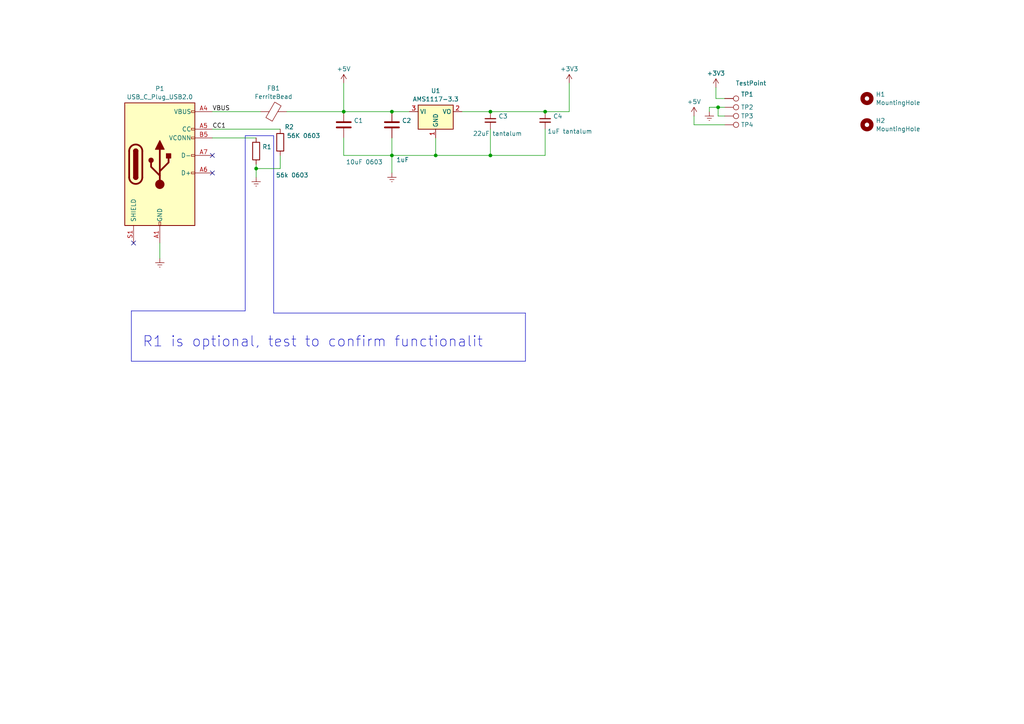
<source format=kicad_sch>
(kicad_sch (version 20230121) (generator eeschema)

  (uuid 96d46595-0c9a-4b05-9a77-d1e587b2b9f5)

  (paper "A4")

  (title_block
    (title "USB C to 3.3V ")
    (date "2024-11-12")
    (rev "Rev 1")
    (company "Willie K")
    (comment 1 "R1 is optional - please test to confirm if needed")
  )

  (lib_symbols
    (symbol "Connector:TestPoint" (pin_numbers hide) (pin_names (offset 0.762) hide) (in_bom yes) (on_board yes)
      (property "Reference" "TP" (at 0 6.858 0)
        (effects (font (size 1.27 1.27)))
      )
      (property "Value" "TestPoint" (at 0 5.08 0)
        (effects (font (size 1.27 1.27)))
      )
      (property "Footprint" "" (at 5.08 0 0)
        (effects (font (size 1.27 1.27)) hide)
      )
      (property "Datasheet" "~" (at 5.08 0 0)
        (effects (font (size 1.27 1.27)) hide)
      )
      (property "ki_keywords" "test point tp" (at 0 0 0)
        (effects (font (size 1.27 1.27)) hide)
      )
      (property "ki_description" "test point" (at 0 0 0)
        (effects (font (size 1.27 1.27)) hide)
      )
      (property "ki_fp_filters" "Pin* Test*" (at 0 0 0)
        (effects (font (size 1.27 1.27)) hide)
      )
      (symbol "TestPoint_0_1"
        (circle (center 0 3.302) (radius 0.762)
          (stroke (width 0) (type default))
          (fill (type none))
        )
      )
      (symbol "TestPoint_1_1"
        (pin passive line (at 0 0 90) (length 2.54)
          (name "1" (effects (font (size 1.27 1.27))))
          (number "1" (effects (font (size 1.27 1.27))))
        )
      )
    )
    (symbol "Connector:USB_C_Plug_USB2.0" (pin_names (offset 1.016)) (in_bom yes) (on_board yes)
      (property "Reference" "P" (at -10.16 19.05 0)
        (effects (font (size 1.27 1.27)) (justify left))
      )
      (property "Value" "USB_C_Plug_USB2.0" (at 12.7 19.05 0)
        (effects (font (size 1.27 1.27)) (justify right))
      )
      (property "Footprint" "" (at 3.81 0 0)
        (effects (font (size 1.27 1.27)) hide)
      )
      (property "Datasheet" "https://www.usb.org/sites/default/files/documents/usb_type-c.zip" (at 3.81 0 0)
        (effects (font (size 1.27 1.27)) hide)
      )
      (property "ki_keywords" "usb universal serial bus type-C USB2.0" (at 0 0 0)
        (effects (font (size 1.27 1.27)) hide)
      )
      (property "ki_description" "USB 2.0-only Type-C Plug connector" (at 0 0 0)
        (effects (font (size 1.27 1.27)) hide)
      )
      (property "ki_fp_filters" "USB*C*Plug*" (at 0 0 0)
        (effects (font (size 1.27 1.27)) hide)
      )
      (symbol "USB_C_Plug_USB2.0_0_0"
        (rectangle (start -0.254 -17.78) (end 0.254 -16.764)
          (stroke (width 0) (type default))
          (fill (type none))
        )
        (rectangle (start 10.16 -2.286) (end 9.144 -2.794)
          (stroke (width 0) (type default))
          (fill (type none))
        )
        (rectangle (start 10.16 2.794) (end 9.144 2.286)
          (stroke (width 0) (type default))
          (fill (type none))
        )
        (rectangle (start 10.16 7.874) (end 9.144 7.366)
          (stroke (width 0) (type default))
          (fill (type none))
        )
        (rectangle (start 10.16 10.414) (end 9.144 9.906)
          (stroke (width 0) (type default))
          (fill (type none))
        )
        (rectangle (start 10.16 15.494) (end 9.144 14.986)
          (stroke (width 0) (type default))
          (fill (type none))
        )
      )
      (symbol "USB_C_Plug_USB2.0_0_1"
        (rectangle (start -10.16 17.78) (end 10.16 -17.78)
          (stroke (width 0.254) (type default))
          (fill (type background))
        )
        (arc (start -8.89 -3.81) (mid -6.985 -5.7067) (end -5.08 -3.81)
          (stroke (width 0.508) (type default))
          (fill (type none))
        )
        (arc (start -7.62 -3.81) (mid -6.985 -4.4423) (end -6.35 -3.81)
          (stroke (width 0.254) (type default))
          (fill (type none))
        )
        (arc (start -7.62 -3.81) (mid -6.985 -4.4423) (end -6.35 -3.81)
          (stroke (width 0.254) (type default))
          (fill (type outline))
        )
        (rectangle (start -7.62 -3.81) (end -6.35 3.81)
          (stroke (width 0.254) (type default))
          (fill (type outline))
        )
        (arc (start -6.35 3.81) (mid -6.985 4.4423) (end -7.62 3.81)
          (stroke (width 0.254) (type default))
          (fill (type none))
        )
        (arc (start -6.35 3.81) (mid -6.985 4.4423) (end -7.62 3.81)
          (stroke (width 0.254) (type default))
          (fill (type outline))
        )
        (arc (start -5.08 3.81) (mid -6.985 5.7067) (end -8.89 3.81)
          (stroke (width 0.508) (type default))
          (fill (type none))
        )
        (circle (center -2.54 1.143) (radius 0.635)
          (stroke (width 0.254) (type default))
          (fill (type outline))
        )
        (circle (center 0 -5.842) (radius 1.27)
          (stroke (width 0) (type default))
          (fill (type outline))
        )
        (polyline
          (pts
            (xy -8.89 -3.81)
            (xy -8.89 3.81)
          )
          (stroke (width 0.508) (type default))
          (fill (type none))
        )
        (polyline
          (pts
            (xy -5.08 3.81)
            (xy -5.08 -3.81)
          )
          (stroke (width 0.508) (type default))
          (fill (type none))
        )
        (polyline
          (pts
            (xy 0 -5.842)
            (xy 0 4.318)
          )
          (stroke (width 0.508) (type default))
          (fill (type none))
        )
        (polyline
          (pts
            (xy 0 -3.302)
            (xy -2.54 -0.762)
            (xy -2.54 0.508)
          )
          (stroke (width 0.508) (type default))
          (fill (type none))
        )
        (polyline
          (pts
            (xy 0 -2.032)
            (xy 2.54 0.508)
            (xy 2.54 1.778)
          )
          (stroke (width 0.508) (type default))
          (fill (type none))
        )
        (polyline
          (pts
            (xy -1.27 4.318)
            (xy 0 6.858)
            (xy 1.27 4.318)
            (xy -1.27 4.318)
          )
          (stroke (width 0.254) (type default))
          (fill (type outline))
        )
        (rectangle (start 1.905 1.778) (end 3.175 3.048)
          (stroke (width 0.254) (type default))
          (fill (type outline))
        )
      )
      (symbol "USB_C_Plug_USB2.0_1_1"
        (pin passive line (at 0 -22.86 90) (length 5.08)
          (name "GND" (effects (font (size 1.27 1.27))))
          (number "A1" (effects (font (size 1.27 1.27))))
        )
        (pin passive line (at 0 -22.86 90) (length 5.08) hide
          (name "GND" (effects (font (size 1.27 1.27))))
          (number "A12" (effects (font (size 1.27 1.27))))
        )
        (pin passive line (at 15.24 15.24 180) (length 5.08)
          (name "VBUS" (effects (font (size 1.27 1.27))))
          (number "A4" (effects (font (size 1.27 1.27))))
        )
        (pin bidirectional line (at 15.24 10.16 180) (length 5.08)
          (name "CC" (effects (font (size 1.27 1.27))))
          (number "A5" (effects (font (size 1.27 1.27))))
        )
        (pin bidirectional line (at 15.24 -2.54 180) (length 5.08)
          (name "D+" (effects (font (size 1.27 1.27))))
          (number "A6" (effects (font (size 1.27 1.27))))
        )
        (pin bidirectional line (at 15.24 2.54 180) (length 5.08)
          (name "D-" (effects (font (size 1.27 1.27))))
          (number "A7" (effects (font (size 1.27 1.27))))
        )
        (pin passive line (at 15.24 15.24 180) (length 5.08) hide
          (name "VBUS" (effects (font (size 1.27 1.27))))
          (number "A9" (effects (font (size 1.27 1.27))))
        )
        (pin passive line (at 0 -22.86 90) (length 5.08) hide
          (name "GND" (effects (font (size 1.27 1.27))))
          (number "B1" (effects (font (size 1.27 1.27))))
        )
        (pin passive line (at 0 -22.86 90) (length 5.08) hide
          (name "GND" (effects (font (size 1.27 1.27))))
          (number "B12" (effects (font (size 1.27 1.27))))
        )
        (pin passive line (at 15.24 15.24 180) (length 5.08) hide
          (name "VBUS" (effects (font (size 1.27 1.27))))
          (number "B4" (effects (font (size 1.27 1.27))))
        )
        (pin bidirectional line (at 15.24 7.62 180) (length 5.08)
          (name "VCONN" (effects (font (size 1.27 1.27))))
          (number "B5" (effects (font (size 1.27 1.27))))
        )
        (pin passive line (at 15.24 15.24 180) (length 5.08) hide
          (name "VBUS" (effects (font (size 1.27 1.27))))
          (number "B9" (effects (font (size 1.27 1.27))))
        )
        (pin passive line (at -7.62 -22.86 90) (length 5.08)
          (name "SHIELD" (effects (font (size 1.27 1.27))))
          (number "S1" (effects (font (size 1.27 1.27))))
        )
      )
    )
    (symbol "Device:C" (pin_numbers hide) (pin_names (offset 0.254)) (in_bom yes) (on_board yes)
      (property "Reference" "C" (at 0.635 2.54 0)
        (effects (font (size 1.27 1.27)) (justify left))
      )
      (property "Value" "C" (at 0.635 -2.54 0)
        (effects (font (size 1.27 1.27)) (justify left))
      )
      (property "Footprint" "" (at 0.9652 -3.81 0)
        (effects (font (size 1.27 1.27)) hide)
      )
      (property "Datasheet" "~" (at 0 0 0)
        (effects (font (size 1.27 1.27)) hide)
      )
      (property "ki_keywords" "cap capacitor" (at 0 0 0)
        (effects (font (size 1.27 1.27)) hide)
      )
      (property "ki_description" "Unpolarized capacitor" (at 0 0 0)
        (effects (font (size 1.27 1.27)) hide)
      )
      (property "ki_fp_filters" "C_*" (at 0 0 0)
        (effects (font (size 1.27 1.27)) hide)
      )
      (symbol "C_0_1"
        (polyline
          (pts
            (xy -2.032 -0.762)
            (xy 2.032 -0.762)
          )
          (stroke (width 0.508) (type default))
          (fill (type none))
        )
        (polyline
          (pts
            (xy -2.032 0.762)
            (xy 2.032 0.762)
          )
          (stroke (width 0.508) (type default))
          (fill (type none))
        )
      )
      (symbol "C_1_1"
        (pin passive line (at 0 3.81 270) (length 2.794)
          (name "~" (effects (font (size 1.27 1.27))))
          (number "1" (effects (font (size 1.27 1.27))))
        )
        (pin passive line (at 0 -3.81 90) (length 2.794)
          (name "~" (effects (font (size 1.27 1.27))))
          (number "2" (effects (font (size 1.27 1.27))))
        )
      )
    )
    (symbol "Device:C_Small" (pin_numbers hide) (pin_names (offset 0.254) hide) (in_bom yes) (on_board yes)
      (property "Reference" "C" (at 0.254 1.778 0)
        (effects (font (size 1.27 1.27)) (justify left))
      )
      (property "Value" "C_Small" (at 0.254 -2.032 0)
        (effects (font (size 1.27 1.27)) (justify left))
      )
      (property "Footprint" "" (at 0 0 0)
        (effects (font (size 1.27 1.27)) hide)
      )
      (property "Datasheet" "~" (at 0 0 0)
        (effects (font (size 1.27 1.27)) hide)
      )
      (property "ki_keywords" "capacitor cap" (at 0 0 0)
        (effects (font (size 1.27 1.27)) hide)
      )
      (property "ki_description" "Unpolarized capacitor, small symbol" (at 0 0 0)
        (effects (font (size 1.27 1.27)) hide)
      )
      (property "ki_fp_filters" "C_*" (at 0 0 0)
        (effects (font (size 1.27 1.27)) hide)
      )
      (symbol "C_Small_0_1"
        (polyline
          (pts
            (xy -1.524 -0.508)
            (xy 1.524 -0.508)
          )
          (stroke (width 0.3302) (type default))
          (fill (type none))
        )
        (polyline
          (pts
            (xy -1.524 0.508)
            (xy 1.524 0.508)
          )
          (stroke (width 0.3048) (type default))
          (fill (type none))
        )
      )
      (symbol "C_Small_1_1"
        (pin passive line (at 0 2.54 270) (length 2.032)
          (name "~" (effects (font (size 1.27 1.27))))
          (number "1" (effects (font (size 1.27 1.27))))
        )
        (pin passive line (at 0 -2.54 90) (length 2.032)
          (name "~" (effects (font (size 1.27 1.27))))
          (number "2" (effects (font (size 1.27 1.27))))
        )
      )
    )
    (symbol "Device:FerriteBead" (pin_numbers hide) (pin_names (offset 0)) (in_bom yes) (on_board yes)
      (property "Reference" "FB" (at -3.81 0.635 90)
        (effects (font (size 1.27 1.27)))
      )
      (property "Value" "FerriteBead" (at 3.81 0 90)
        (effects (font (size 1.27 1.27)))
      )
      (property "Footprint" "" (at -1.778 0 90)
        (effects (font (size 1.27 1.27)) hide)
      )
      (property "Datasheet" "~" (at 0 0 0)
        (effects (font (size 1.27 1.27)) hide)
      )
      (property "ki_keywords" "L ferrite bead inductor filter" (at 0 0 0)
        (effects (font (size 1.27 1.27)) hide)
      )
      (property "ki_description" "Ferrite bead" (at 0 0 0)
        (effects (font (size 1.27 1.27)) hide)
      )
      (property "ki_fp_filters" "Inductor_* L_* *Ferrite*" (at 0 0 0)
        (effects (font (size 1.27 1.27)) hide)
      )
      (symbol "FerriteBead_0_1"
        (polyline
          (pts
            (xy 0 -1.27)
            (xy 0 -1.2192)
          )
          (stroke (width 0) (type default))
          (fill (type none))
        )
        (polyline
          (pts
            (xy 0 1.27)
            (xy 0 1.2954)
          )
          (stroke (width 0) (type default))
          (fill (type none))
        )
        (polyline
          (pts
            (xy -2.7686 0.4064)
            (xy -1.7018 2.2606)
            (xy 2.7686 -0.3048)
            (xy 1.6764 -2.159)
            (xy -2.7686 0.4064)
          )
          (stroke (width 0) (type default))
          (fill (type none))
        )
      )
      (symbol "FerriteBead_1_1"
        (pin passive line (at 0 3.81 270) (length 2.54)
          (name "~" (effects (font (size 1.27 1.27))))
          (number "1" (effects (font (size 1.27 1.27))))
        )
        (pin passive line (at 0 -3.81 90) (length 2.54)
          (name "~" (effects (font (size 1.27 1.27))))
          (number "2" (effects (font (size 1.27 1.27))))
        )
      )
    )
    (symbol "Device:R" (pin_numbers hide) (pin_names (offset 0)) (in_bom yes) (on_board yes)
      (property "Reference" "R" (at 2.032 0 90)
        (effects (font (size 1.27 1.27)))
      )
      (property "Value" "R" (at 0 0 90)
        (effects (font (size 1.27 1.27)))
      )
      (property "Footprint" "" (at -1.778 0 90)
        (effects (font (size 1.27 1.27)) hide)
      )
      (property "Datasheet" "~" (at 0 0 0)
        (effects (font (size 1.27 1.27)) hide)
      )
      (property "ki_keywords" "R res resistor" (at 0 0 0)
        (effects (font (size 1.27 1.27)) hide)
      )
      (property "ki_description" "Resistor" (at 0 0 0)
        (effects (font (size 1.27 1.27)) hide)
      )
      (property "ki_fp_filters" "R_*" (at 0 0 0)
        (effects (font (size 1.27 1.27)) hide)
      )
      (symbol "R_0_1"
        (rectangle (start -1.016 -2.54) (end 1.016 2.54)
          (stroke (width 0.254) (type default))
          (fill (type none))
        )
      )
      (symbol "R_1_1"
        (pin passive line (at 0 3.81 270) (length 1.27)
          (name "~" (effects (font (size 1.27 1.27))))
          (number "1" (effects (font (size 1.27 1.27))))
        )
        (pin passive line (at 0 -3.81 90) (length 1.27)
          (name "~" (effects (font (size 1.27 1.27))))
          (number "2" (effects (font (size 1.27 1.27))))
        )
      )
    )
    (symbol "Mechanical:MountingHole" (pin_names (offset 1.016)) (in_bom yes) (on_board yes)
      (property "Reference" "H" (at 0 5.08 0)
        (effects (font (size 1.27 1.27)))
      )
      (property "Value" "MountingHole" (at 0 3.175 0)
        (effects (font (size 1.27 1.27)))
      )
      (property "Footprint" "" (at 0 0 0)
        (effects (font (size 1.27 1.27)) hide)
      )
      (property "Datasheet" "~" (at 0 0 0)
        (effects (font (size 1.27 1.27)) hide)
      )
      (property "ki_keywords" "mounting hole" (at 0 0 0)
        (effects (font (size 1.27 1.27)) hide)
      )
      (property "ki_description" "Mounting Hole without connection" (at 0 0 0)
        (effects (font (size 1.27 1.27)) hide)
      )
      (property "ki_fp_filters" "MountingHole*" (at 0 0 0)
        (effects (font (size 1.27 1.27)) hide)
      )
      (symbol "MountingHole_0_1"
        (circle (center 0 0) (radius 1.27)
          (stroke (width 1.27) (type default))
          (fill (type none))
        )
      )
    )
    (symbol "Regulator_Linear:AMS1117-3.3" (in_bom yes) (on_board yes)
      (property "Reference" "U" (at -3.81 3.175 0)
        (effects (font (size 1.27 1.27)))
      )
      (property "Value" "AMS1117-3.3" (at 0 3.175 0)
        (effects (font (size 1.27 1.27)) (justify left))
      )
      (property "Footprint" "Package_TO_SOT_SMD:SOT-223-3_TabPin2" (at 0 5.08 0)
        (effects (font (size 1.27 1.27)) hide)
      )
      (property "Datasheet" "http://www.advanced-monolithic.com/pdf/ds1117.pdf" (at 2.54 -6.35 0)
        (effects (font (size 1.27 1.27)) hide)
      )
      (property "ki_keywords" "linear regulator ldo fixed positive" (at 0 0 0)
        (effects (font (size 1.27 1.27)) hide)
      )
      (property "ki_description" "1A Low Dropout regulator, positive, 3.3V fixed output, SOT-223" (at 0 0 0)
        (effects (font (size 1.27 1.27)) hide)
      )
      (property "ki_fp_filters" "SOT?223*TabPin2*" (at 0 0 0)
        (effects (font (size 1.27 1.27)) hide)
      )
      (symbol "AMS1117-3.3_0_1"
        (rectangle (start -5.08 -5.08) (end 5.08 1.905)
          (stroke (width 0.254) (type default))
          (fill (type background))
        )
      )
      (symbol "AMS1117-3.3_1_1"
        (pin power_in line (at 0 -7.62 90) (length 2.54)
          (name "GND" (effects (font (size 1.27 1.27))))
          (number "1" (effects (font (size 1.27 1.27))))
        )
        (pin power_out line (at 7.62 0 180) (length 2.54)
          (name "VO" (effects (font (size 1.27 1.27))))
          (number "2" (effects (font (size 1.27 1.27))))
        )
        (pin power_in line (at -7.62 0 0) (length 2.54)
          (name "VI" (effects (font (size 1.27 1.27))))
          (number "3" (effects (font (size 1.27 1.27))))
        )
      )
    )
    (symbol "power:+3V3" (power) (pin_names (offset 0)) (in_bom yes) (on_board yes)
      (property "Reference" "#PWR" (at 0 -3.81 0)
        (effects (font (size 1.27 1.27)) hide)
      )
      (property "Value" "+3V3" (at 0 3.556 0)
        (effects (font (size 1.27 1.27)))
      )
      (property "Footprint" "" (at 0 0 0)
        (effects (font (size 1.27 1.27)) hide)
      )
      (property "Datasheet" "" (at 0 0 0)
        (effects (font (size 1.27 1.27)) hide)
      )
      (property "ki_keywords" "global power" (at 0 0 0)
        (effects (font (size 1.27 1.27)) hide)
      )
      (property "ki_description" "Power symbol creates a global label with name \"+3V3\"" (at 0 0 0)
        (effects (font (size 1.27 1.27)) hide)
      )
      (symbol "+3V3_0_1"
        (polyline
          (pts
            (xy -0.762 1.27)
            (xy 0 2.54)
          )
          (stroke (width 0) (type default))
          (fill (type none))
        )
        (polyline
          (pts
            (xy 0 0)
            (xy 0 2.54)
          )
          (stroke (width 0) (type default))
          (fill (type none))
        )
        (polyline
          (pts
            (xy 0 2.54)
            (xy 0.762 1.27)
          )
          (stroke (width 0) (type default))
          (fill (type none))
        )
      )
      (symbol "+3V3_1_1"
        (pin power_in line (at 0 0 90) (length 0) hide
          (name "+3V3" (effects (font (size 1.27 1.27))))
          (number "1" (effects (font (size 1.27 1.27))))
        )
      )
    )
    (symbol "power:+5V" (power) (pin_names (offset 0)) (in_bom yes) (on_board yes)
      (property "Reference" "#PWR" (at 0 -3.81 0)
        (effects (font (size 1.27 1.27)) hide)
      )
      (property "Value" "+5V" (at 0 3.556 0)
        (effects (font (size 1.27 1.27)))
      )
      (property "Footprint" "" (at 0 0 0)
        (effects (font (size 1.27 1.27)) hide)
      )
      (property "Datasheet" "" (at 0 0 0)
        (effects (font (size 1.27 1.27)) hide)
      )
      (property "ki_keywords" "global power" (at 0 0 0)
        (effects (font (size 1.27 1.27)) hide)
      )
      (property "ki_description" "Power symbol creates a global label with name \"+5V\"" (at 0 0 0)
        (effects (font (size 1.27 1.27)) hide)
      )
      (symbol "+5V_0_1"
        (polyline
          (pts
            (xy -0.762 1.27)
            (xy 0 2.54)
          )
          (stroke (width 0) (type default))
          (fill (type none))
        )
        (polyline
          (pts
            (xy 0 0)
            (xy 0 2.54)
          )
          (stroke (width 0) (type default))
          (fill (type none))
        )
        (polyline
          (pts
            (xy 0 2.54)
            (xy 0.762 1.27)
          )
          (stroke (width 0) (type default))
          (fill (type none))
        )
      )
      (symbol "+5V_1_1"
        (pin power_in line (at 0 0 90) (length 0) hide
          (name "+5V" (effects (font (size 1.27 1.27))))
          (number "1" (effects (font (size 1.27 1.27))))
        )
      )
    )
    (symbol "power:Earth" (power) (pin_names (offset 0)) (in_bom yes) (on_board yes)
      (property "Reference" "#PWR" (at 0 -6.35 0)
        (effects (font (size 1.27 1.27)) hide)
      )
      (property "Value" "Earth" (at 0 -3.81 0)
        (effects (font (size 1.27 1.27)) hide)
      )
      (property "Footprint" "" (at 0 0 0)
        (effects (font (size 1.27 1.27)) hide)
      )
      (property "Datasheet" "~" (at 0 0 0)
        (effects (font (size 1.27 1.27)) hide)
      )
      (property "ki_keywords" "global ground gnd" (at 0 0 0)
        (effects (font (size 1.27 1.27)) hide)
      )
      (property "ki_description" "Power symbol creates a global label with name \"Earth\"" (at 0 0 0)
        (effects (font (size 1.27 1.27)) hide)
      )
      (symbol "Earth_0_1"
        (polyline
          (pts
            (xy -0.635 -1.905)
            (xy 0.635 -1.905)
          )
          (stroke (width 0) (type default))
          (fill (type none))
        )
        (polyline
          (pts
            (xy -0.127 -2.54)
            (xy 0.127 -2.54)
          )
          (stroke (width 0) (type default))
          (fill (type none))
        )
        (polyline
          (pts
            (xy 0 -1.27)
            (xy 0 0)
          )
          (stroke (width 0) (type default))
          (fill (type none))
        )
        (polyline
          (pts
            (xy 1.27 -1.27)
            (xy -1.27 -1.27)
          )
          (stroke (width 0) (type default))
          (fill (type none))
        )
      )
      (symbol "Earth_1_1"
        (pin power_in line (at 0 0 270) (length 0) hide
          (name "Earth" (effects (font (size 1.27 1.27))))
          (number "1" (effects (font (size 1.27 1.27))))
        )
      )
    )
  )

  (junction (at 74.295 48.895) (diameter 0) (color 0 0 0 0)
    (uuid 26480d6a-4795-4b1b-bf21-b6be74934934)
  )
  (junction (at 142.24 32.385) (diameter 0) (color 0 0 0 0)
    (uuid 3725d6e8-17d6-4194-9224-0aa1a968a225)
  )
  (junction (at 113.665 32.385) (diameter 0) (color 0 0 0 0)
    (uuid 66dc1b36-9220-4336-bbd9-4d47272e9e49)
  )
  (junction (at 113.665 45.085) (diameter 0) (color 0 0 0 0)
    (uuid b8ec3e30-ed4e-45aa-a11a-5cccb14f73a5)
  )
  (junction (at 99.695 32.385) (diameter 0) (color 0 0 0 0)
    (uuid cff240b7-dc4d-4eeb-af98-986d035362f5)
  )
  (junction (at 142.24 45.085) (diameter 0) (color 0 0 0 0)
    (uuid e0f68365-2fc1-4b59-96ca-b3898c6b4c14)
  )
  (junction (at 126.365 45.085) (diameter 0) (color 0 0 0 0)
    (uuid ec94a70f-749b-4908-bbf5-406a989946f1)
  )
  (junction (at 158.115 32.385) (diameter 0) (color 0 0 0 0)
    (uuid f86737a0-ffa7-4c67-8c7c-888b8de05b59)
  )
  (junction (at 208.28 31.115) (diameter 0) (color 0 0 0 0)
    (uuid f9f35c06-146c-4471-9682-f9534a81cb9e)
  )

  (no_connect (at 38.735 70.485) (uuid 061bd5cc-fe99-440a-9a8a-2db3dd7c0847))
  (no_connect (at 61.595 45.085) (uuid 6334f045-a488-42b9-97da-c497d262fd73))
  (no_connect (at 61.595 50.165) (uuid 67bbc1b0-4d51-4985-acd4-e729b50848a0))

  (wire (pts (xy 210.185 33.655) (xy 208.28 33.655))
    (stroke (width 0) (type default))
    (uuid 02477475-a733-4cf3-98af-de12f8cb3602)
  )
  (wire (pts (xy 83.185 32.385) (xy 99.695 32.385))
    (stroke (width 0) (type default))
    (uuid 06df9382-9124-4b88-b9c7-48c77dc23c79)
  )
  (polyline (pts (xy 152.4 90.805) (xy 152.4 104.775))
    (stroke (width 0) (type default))
    (uuid 07a7492b-3f7a-4973-b75d-814f6adff2ea)
  )

  (wire (pts (xy 201.295 33.655) (xy 201.295 36.195))
    (stroke (width 0) (type default))
    (uuid 0cd542c0-79dd-4cfd-ad56-c7b3e4ff4ac5)
  )
  (wire (pts (xy 210.185 31.115) (xy 208.28 31.115))
    (stroke (width 0) (type default))
    (uuid 0e6ee83b-f484-4634-9109-e605224b1321)
  )
  (wire (pts (xy 99.695 45.085) (xy 113.665 45.085))
    (stroke (width 0) (type default))
    (uuid 138c6565-2f32-4b37-ad93-741ad40d8a68)
  )
  (wire (pts (xy 208.28 31.115) (xy 205.74 31.115))
    (stroke (width 0) (type default))
    (uuid 13bb3b87-7e56-4a40-8e46-60a3c3d490a2)
  )
  (polyline (pts (xy 38.1 104.775) (xy 38.1 90.17))
    (stroke (width 0) (type default))
    (uuid 17b41081-87e4-4a4f-85be-620059e040be)
  )

  (wire (pts (xy 126.365 45.085) (xy 142.24 45.085))
    (stroke (width 0) (type default))
    (uuid 32abd548-8d23-4c6c-b172-e57486daff6a)
  )
  (wire (pts (xy 210.185 28.575) (xy 207.645 28.575))
    (stroke (width 0) (type default))
    (uuid 32cf1378-ec7d-4925-8e44-e2fd0d8fc951)
  )
  (wire (pts (xy 158.115 45.085) (xy 158.115 37.465))
    (stroke (width 0) (type default))
    (uuid 3a8f5bee-d8b8-4b41-ad4e-928db7b09950)
  )
  (wire (pts (xy 61.595 32.385) (xy 75.565 32.385))
    (stroke (width 0) (type default))
    (uuid 3c525a6e-e010-4118-83a1-ea9fa3c74b2a)
  )
  (wire (pts (xy 158.115 32.385) (xy 165.1 32.385))
    (stroke (width 0) (type default))
    (uuid 3d6e79bd-a817-40b7-9705-637bade37687)
  )
  (wire (pts (xy 208.28 31.115) (xy 208.28 33.655))
    (stroke (width 0) (type default))
    (uuid 3fd7240b-e732-4b34-bd28-b74aa63910f7)
  )
  (wire (pts (xy 142.24 32.385) (xy 158.115 32.385))
    (stroke (width 0) (type default))
    (uuid 4518fbf6-6956-455f-bbfb-63d362eda43a)
  )
  (wire (pts (xy 210.185 36.195) (xy 201.295 36.195))
    (stroke (width 0) (type default))
    (uuid 45a7bf44-9ed4-4228-b9c8-58d96225bb5f)
  )
  (wire (pts (xy 99.695 24.13) (xy 99.695 32.385))
    (stroke (width 0) (type default))
    (uuid 47376872-ef85-4560-9c3f-a423be965fb3)
  )
  (wire (pts (xy 126.365 45.085) (xy 126.365 40.005))
    (stroke (width 0) (type default))
    (uuid 483afd5e-cc5c-4e84-9cde-f8e71d1974db)
  )
  (wire (pts (xy 81.28 45.085) (xy 81.28 48.895))
    (stroke (width 0) (type default))
    (uuid 5180d927-44a8-429a-8bf0-3bb0f23a2af6)
  )
  (wire (pts (xy 113.665 40.005) (xy 113.665 45.085))
    (stroke (width 0) (type default))
    (uuid 5813e2fc-7303-4e15-894e-503d4bcec5bb)
  )
  (wire (pts (xy 99.695 32.385) (xy 113.665 32.385))
    (stroke (width 0) (type default))
    (uuid 58f59fa0-afb7-4969-95c9-c4ac4e9aa01c)
  )
  (polyline (pts (xy 79.375 40.005) (xy 79.375 90.805))
    (stroke (width 0) (type default))
    (uuid 5c465986-0723-4d5c-9377-b918c4938393)
  )
  (polyline (pts (xy 71.12 90.17) (xy 71.12 39.37))
    (stroke (width 0) (type default))
    (uuid 61707d58-cf2b-4e68-9c5f-9ee70c1e2169)
  )

  (wire (pts (xy 99.695 40.005) (xy 99.695 45.085))
    (stroke (width 0) (type default))
    (uuid 62ec3919-c03d-48f1-b222-3ea357d0e0b8)
  )
  (wire (pts (xy 113.665 45.085) (xy 126.365 45.085))
    (stroke (width 0) (type default))
    (uuid 63889e02-9b3c-43be-83b5-d0ee60d1b5c7)
  )
  (wire (pts (xy 61.595 37.465) (xy 81.28 37.465))
    (stroke (width 0) (type default))
    (uuid 6decf56b-cbd7-458d-8606-e1ab8c744dc4)
  )
  (wire (pts (xy 113.665 32.385) (xy 118.745 32.385))
    (stroke (width 0) (type default))
    (uuid 70419b45-eac5-43fa-815a-fea137fceae9)
  )
  (wire (pts (xy 61.595 40.005) (xy 74.295 40.005))
    (stroke (width 0) (type default))
    (uuid 7172fcb6-a0ff-4f1c-b92b-fac511229958)
  )
  (wire (pts (xy 74.295 48.895) (xy 74.295 51.435))
    (stroke (width 0) (type default))
    (uuid 74141c62-93ec-4802-a8a5-58eafc3f352c)
  )
  (polyline (pts (xy 79.375 90.805) (xy 152.4 90.805))
    (stroke (width 0) (type default))
    (uuid 749a4e3f-8463-4ca5-a3ad-d1b261fd2c3a)
  )
  (polyline (pts (xy 38.1 90.17) (xy 71.12 90.17))
    (stroke (width 0) (type default))
    (uuid 790b9c5f-2537-47f5-ba68-e8ac323f514b)
  )

  (wire (pts (xy 207.645 25.4) (xy 207.645 28.575))
    (stroke (width 0) (type default))
    (uuid 8630dbcb-75db-4cf0-a6e6-f33bdeaa813f)
  )
  (wire (pts (xy 142.24 45.085) (xy 158.115 45.085))
    (stroke (width 0) (type default))
    (uuid 8728fbe5-a0b7-403a-91da-60b32c6b71e6)
  )
  (wire (pts (xy 74.295 47.625) (xy 74.295 48.895))
    (stroke (width 0) (type default))
    (uuid 8aa35ca1-bbf3-4dcf-8456-b6de4960acb7)
  )
  (polyline (pts (xy 152.4 104.775) (xy 38.1 104.775))
    (stroke (width 0) (type default))
    (uuid 8b2f041f-6f00-4cf7-9f3f-f778a867dcf3)
  )

  (wire (pts (xy 133.985 32.385) (xy 142.24 32.385))
    (stroke (width 0) (type default))
    (uuid 9e3f82f3-1340-462f-81cd-5af9f4d3edf6)
  )
  (wire (pts (xy 113.665 45.085) (xy 113.665 50.165))
    (stroke (width 0) (type default))
    (uuid ab2ffa9c-b903-4ace-8972-3741434fb1ca)
  )
  (polyline (pts (xy 71.12 39.37) (xy 79.375 39.37))
    (stroke (width 0) (type default))
    (uuid cb434f69-18ef-4db0-b601-2bf3e9b4695f)
  )
  (polyline (pts (xy 79.375 39.37) (xy 79.375 40.005))
    (stroke (width 0) (type default))
    (uuid d6b98d4d-a9a6-4083-85f1-551317a3d0af)
  )

  (wire (pts (xy 81.28 48.895) (xy 74.295 48.895))
    (stroke (width 0) (type default))
    (uuid df4c04e4-01e5-4726-b31a-b3cd5d8b7c18)
  )
  (wire (pts (xy 46.355 70.485) (xy 46.355 74.93))
    (stroke (width 0) (type default))
    (uuid e9ff9a56-fb3f-4735-b0d2-ad7b3ef0b647)
  )
  (wire (pts (xy 165.1 24.13) (xy 165.1 32.385))
    (stroke (width 0) (type default))
    (uuid f0778c7f-3d6b-4f1e-a4c7-2c22dea0776f)
  )
  (wire (pts (xy 205.74 31.115) (xy 205.74 32.385))
    (stroke (width 0) (type default))
    (uuid f8844663-8e00-4ce4-a164-6333ff3856e8)
  )
  (wire (pts (xy 142.24 45.085) (xy 142.24 37.465))
    (stroke (width 0) (type default))
    (uuid ff90b229-ae86-4fe0-8279-0a237cd76c1f)
  )

  (text "R1 is optional, test to confirm functionalit" (at 41.275 100.965 0)
    (effects (font (size 3 3)) (justify left bottom))
    (uuid e93626a4-9580-46e7-9193-f8f83359c8b1)
  )

  (label "CC1" (at 61.595 37.465 0) (fields_autoplaced)
    (effects (font (size 1.27 1.27)) (justify left bottom))
    (uuid 3bb6ef4f-b7ff-4678-a154-de2d692ba960)
  )
  (label "VBUS" (at 61.595 32.385 0) (fields_autoplaced)
    (effects (font (size 1.27 1.27)) (justify left bottom))
    (uuid cd759e76-92fa-4930-a270-a7565043a84f)
  )

  (symbol (lib_id "power:+3V3") (at 165.1 24.13 0) (unit 1)
    (in_bom yes) (on_board yes) (dnp no) (fields_autoplaced)
    (uuid 0a717b11-723a-4541-a96a-62de66d248a0)
    (property "Reference" "#PWR05" (at 165.1 27.94 0)
      (effects (font (size 1.27 1.27)) hide)
    )
    (property "Value" "+3V3" (at 165.1 19.9969 0)
      (effects (font (size 1.27 1.27)))
    )
    (property "Footprint" "" (at 165.1 24.13 0)
      (effects (font (size 1.27 1.27)) hide)
    )
    (property "Datasheet" "" (at 165.1 24.13 0)
      (effects (font (size 1.27 1.27)) hide)
    )
    (pin "1" (uuid b39c3cc7-7bd4-4f18-b507-bf39a1680d4c))
    (instances
      (project "3V USB"
        (path "/96d46595-0c9a-4b05-9a77-d1e587b2b9f5"
          (reference "#PWR05") (unit 1)
        )
      )
    )
  )

  (symbol (lib_id "Regulator_Linear:AMS1117-3.3") (at 126.365 32.385 0) (unit 1)
    (in_bom yes) (on_board yes) (dnp no) (fields_autoplaced)
    (uuid 0e121e0e-699f-4933-b806-194680adc69b)
    (property "Reference" "U1" (at 126.365 26.3357 0)
      (effects (font (size 1.27 1.27)))
    )
    (property "Value" "AMS1117-3.3" (at 126.365 28.7599 0)
      (effects (font (size 1.27 1.27)))
    )
    (property "Footprint" "Package_TO_SOT_SMD:SOT-223-3_TabPin2" (at 126.365 27.305 0)
      (effects (font (size 1.27 1.27)) hide)
    )
    (property "Datasheet" "http://www.advanced-monolithic.com/pdf/ds1117.pdf" (at 128.905 38.735 0)
      (effects (font (size 1.27 1.27)) hide)
    )
    (property "JLCPCB" "C6186 " (at 126.365 32.385 0)
      (effects (font (size 1.27 1.27)) hide)
    )
    (pin "2" (uuid efdb98c1-26bf-4955-862f-f2367ddb4860))
    (pin "3" (uuid 832337e8-ed99-4c8a-b2a2-8a4f5bc7e52f))
    (pin "1" (uuid 5157fb00-aa5c-4a35-a2a2-4635f208eeb1))
    (instances
      (project "3V USB"
        (path "/96d46595-0c9a-4b05-9a77-d1e587b2b9f5"
          (reference "U1") (unit 1)
        )
      )
    )
  )

  (symbol (lib_id "power:+5V") (at 201.295 33.655 0) (unit 1)
    (in_bom yes) (on_board yes) (dnp no) (fields_autoplaced)
    (uuid 11c33679-de47-46c7-a90e-27daee5b3deb)
    (property "Reference" "#PWR06" (at 201.295 37.465 0)
      (effects (font (size 1.27 1.27)) hide)
    )
    (property "Value" "+5V" (at 201.295 29.5219 0)
      (effects (font (size 1.27 1.27)))
    )
    (property "Footprint" "" (at 201.295 33.655 0)
      (effects (font (size 1.27 1.27)) hide)
    )
    (property "Datasheet" "" (at 201.295 33.655 0)
      (effects (font (size 1.27 1.27)) hide)
    )
    (pin "1" (uuid 5be097aa-297a-41fd-b5a8-c540a6837ea3))
    (instances
      (project "3V USB"
        (path "/96d46595-0c9a-4b05-9a77-d1e587b2b9f5"
          (reference "#PWR06") (unit 1)
        )
      )
    )
  )

  (symbol (lib_id "Connector:USB_C_Plug_USB2.0") (at 46.355 47.625 0) (unit 1)
    (in_bom yes) (on_board yes) (dnp no) (fields_autoplaced)
    (uuid 460bacfb-a513-4263-88f1-026ddf7b34ca)
    (property "Reference" "P1" (at 46.355 25.7007 0)
      (effects (font (size 1.27 1.27)))
    )
    (property "Value" "USB_C_Plug_USB2.0" (at 46.355 28.1249 0)
      (effects (font (size 1.27 1.27)))
    )
    (property "Footprint" "Footprint:TYPE-C-31-M-17" (at 50.165 47.625 0)
      (effects (font (size 1.27 1.27)) hide)
    )
    (property "Datasheet" "https://www.usb.org/sites/default/files/documents/usb_type-c.zip" (at 50.165 47.625 0)
      (effects (font (size 1.27 1.27)) hide)
    )
    (property "JLCPCB" "C283540 " (at 46.355 47.625 0)
      (effects (font (size 1.27 1.27)) hide)
    )
    (pin "A7" (uuid 623a9751-21cb-4e37-91c8-68472b3e9c3c))
    (pin "A4" (uuid fba6ad08-7007-4452-bc12-1f988f6420e1))
    (pin "S1" (uuid bf8cc433-6d7c-4968-a556-8b697761eeac))
    (pin "B4" (uuid 1e347738-a60e-46aa-8663-81bdfaac8827))
    (pin "A12" (uuid 4888c52f-41e2-4597-b049-33142c0fca37))
    (pin "B12" (uuid 0416e0bf-c05e-495f-a4ac-dd29e849e88b))
    (pin "B1" (uuid 5272bb70-b2a2-4f9b-bc48-40d7488ac96c))
    (pin "A6" (uuid 84eff71a-9c3e-4e4e-ad21-f1872a7d9512))
    (pin "B5" (uuid 5b1f41dc-cc88-464e-88f4-a0644d2e8778))
    (pin "A1" (uuid 74c9c15f-7e86-4c0e-ad58-ee19b00fd2bd))
    (pin "B9" (uuid eee7880d-1683-4ce0-b039-fb70480692bd))
    (pin "A5" (uuid b54f83c1-8d83-41e6-a262-65d5a3baa844))
    (pin "A9" (uuid cd406f0d-8f45-483f-a8f5-c8e860e9e6ce))
    (instances
      (project "3V USB"
        (path "/96d46595-0c9a-4b05-9a77-d1e587b2b9f5"
          (reference "P1") (unit 1)
        )
      )
    )
  )

  (symbol (lib_id "Device:C_Small") (at 158.115 34.925 0) (unit 1)
    (in_bom yes) (on_board yes) (dnp no)
    (uuid 708fb292-e6db-46f8-8962-07fc844e68bb)
    (property "Reference" "C4" (at 160.4391 33.7192 0)
      (effects (font (size 1.27 1.27)) (justify left))
    )
    (property "Value" "1uF tantalum" (at 158.75 38.1 0)
      (effects (font (size 1.27 1.27)) (justify left))
    )
    (property "Footprint" "Capacitor_Tantalum_SMD:CP_EIA-3216-18_Kemet-A" (at 158.115 34.925 0)
      (effects (font (size 1.27 1.27)) hide)
    )
    (property "Datasheet" "~" (at 158.115 34.925 0)
      (effects (font (size 1.27 1.27)) hide)
    )
    (property "JLCPCB" "C7174 " (at 158.115 34.925 0)
      (effects (font (size 1.27 1.27)) hide)
    )
    (pin "2" (uuid 62ea074f-98b2-4263-8af3-20fe6585f521))
    (pin "1" (uuid 9162f14a-31b2-452a-8d9f-5a98baa41fac))
    (instances
      (project "3V USB"
        (path "/96d46595-0c9a-4b05-9a77-d1e587b2b9f5"
          (reference "C4") (unit 1)
        )
      )
    )
  )

  (symbol (lib_id "Connector:TestPoint") (at 210.185 28.575 270) (unit 1)
    (in_bom yes) (on_board yes) (dnp no)
    (uuid 76abba89-e01e-49e0-9bef-9980e66d4d3a)
    (property "Reference" "TP1" (at 214.884 27.3629 90)
      (effects (font (size 1.27 1.27)) (justify left))
    )
    (property "Value" "TestPoint" (at 213.36 24.13 90)
      (effects (font (size 1.27 1.27)) (justify left))
    )
    (property "Footprint" "TestPoint:TestPoint_Pad_2.0x2.0mm" (at 210.185 33.655 0)
      (effects (font (size 1.27 1.27)) hide)
    )
    (property "Datasheet" "~" (at 210.185 33.655 0)
      (effects (font (size 1.27 1.27)) hide)
    )
    (property "JLCPCB" "" (at 210.185 28.575 0)
      (effects (font (size 1.27 1.27)) hide)
    )
    (pin "1" (uuid 4943923b-a058-4f82-b297-283f5c68ff82))
    (instances
      (project "3V USB"
        (path "/96d46595-0c9a-4b05-9a77-d1e587b2b9f5"
          (reference "TP1") (unit 1)
        )
      )
    )
  )

  (symbol (lib_id "Device:C") (at 113.665 36.195 0) (unit 1)
    (in_bom yes) (on_board yes) (dnp no)
    (uuid 82df2266-3575-4cbb-ac10-19b63d231401)
    (property "Reference" "C2" (at 116.586 34.9829 0)
      (effects (font (size 1.27 1.27)) (justify left))
    )
    (property "Value" "1uF" (at 114.935 46.355 0)
      (effects (font (size 1.27 1.27)) (justify left))
    )
    (property "Footprint" "Capacitor_SMD:C_0201_0603Metric" (at 114.6302 40.005 0)
      (effects (font (size 1.27 1.27)) hide)
    )
    (property "Datasheet" "~" (at 113.665 36.195 0)
      (effects (font (size 1.27 1.27)) hide)
    )
    (property "JLCPCB" "C15849 " (at 113.665 36.195 0)
      (effects (font (size 1.27 1.27)) hide)
    )
    (pin "2" (uuid 6b60e743-7c61-4db7-a4d8-29a031fd1211))
    (pin "1" (uuid 744ccceb-00c0-4a71-8d31-4a2ef9d0be84))
    (instances
      (project "3V USB"
        (path "/96d46595-0c9a-4b05-9a77-d1e587b2b9f5"
          (reference "C2") (unit 1)
        )
      )
    )
  )

  (symbol (lib_id "power:Earth") (at 74.295 51.435 0) (unit 1)
    (in_bom yes) (on_board yes) (dnp no) (fields_autoplaced)
    (uuid 836e19e5-0609-4a01-863c-eb05f4524fb5)
    (property "Reference" "#PWR02" (at 74.295 57.785 0)
      (effects (font (size 1.27 1.27)) hide)
    )
    (property "Value" "Earth" (at 74.295 55.245 0)
      (effects (font (size 1.27 1.27)) hide)
    )
    (property "Footprint" "" (at 74.295 51.435 0)
      (effects (font (size 1.27 1.27)) hide)
    )
    (property "Datasheet" "~" (at 74.295 51.435 0)
      (effects (font (size 1.27 1.27)) hide)
    )
    (pin "1" (uuid a1f6e14b-aa6a-4d4d-94f4-7c6ed913d9f4))
    (instances
      (project "3V USB"
        (path "/96d46595-0c9a-4b05-9a77-d1e587b2b9f5"
          (reference "#PWR02") (unit 1)
        )
      )
    )
  )

  (symbol (lib_id "Device:C") (at 99.695 36.195 0) (unit 1)
    (in_bom yes) (on_board yes) (dnp no)
    (uuid 9f7a69be-3eb0-478c-aba5-baa769eaf6fc)
    (property "Reference" "C1" (at 102.616 34.9829 0)
      (effects (font (size 1.27 1.27)) (justify left))
    )
    (property "Value" "10uF 0603" (at 100.33 46.99 0)
      (effects (font (size 1.27 1.27)) (justify left))
    )
    (property "Footprint" "Capacitor_SMD:C_0201_0603Metric" (at 100.6602 40.005 0)
      (effects (font (size 1.27 1.27)) hide)
    )
    (property "Datasheet" "~" (at 99.695 36.195 0)
      (effects (font (size 1.27 1.27)) hide)
    )
    (property "JLCPCB" "C19702 " (at 99.695 36.195 0)
      (effects (font (size 1.27 1.27)) hide)
    )
    (pin "2" (uuid 386b96d2-eed5-408b-8528-8bfb77339424))
    (pin "1" (uuid f410323d-1679-489e-ac2b-09f465457078))
    (instances
      (project "3V USB"
        (path "/96d46595-0c9a-4b05-9a77-d1e587b2b9f5"
          (reference "C1") (unit 1)
        )
      )
    )
  )

  (symbol (lib_id "Mechanical:MountingHole") (at 251.46 28.575 0) (unit 1)
    (in_bom yes) (on_board yes) (dnp no) (fields_autoplaced)
    (uuid a2de6617-2714-418b-a2f2-8828a812cb8d)
    (property "Reference" "H1" (at 254 27.3629 0)
      (effects (font (size 1.27 1.27)) (justify left))
    )
    (property "Value" "MountingHole" (at 254 29.7871 0)
      (effects (font (size 1.27 1.27)) (justify left))
    )
    (property "Footprint" "MountingHole:MountingHole_2.2mm_M2" (at 251.46 28.575 0)
      (effects (font (size 1.27 1.27)) hide)
    )
    (property "Datasheet" "~" (at 251.46 28.575 0)
      (effects (font (size 1.27 1.27)) hide)
    )
    (property "JLCPCB" "" (at 251.46 28.575 0)
      (effects (font (size 1.27 1.27)) hide)
    )
    (instances
      (project "3V USB"
        (path "/96d46595-0c9a-4b05-9a77-d1e587b2b9f5"
          (reference "H1") (unit 1)
        )
      )
    )
  )

  (symbol (lib_id "Connector:TestPoint") (at 210.185 33.655 270) (unit 1)
    (in_bom yes) (on_board yes) (dnp no) (fields_autoplaced)
    (uuid b631e52d-1f1a-4eb1-9efe-9ed57320f22b)
    (property "Reference" "TP3" (at 214.884 33.655 90)
      (effects (font (size 1.27 1.27)) (justify left))
    )
    (property "Value" "TestPoint" (at 214.884 34.8671 90)
      (effects (font (size 1.27 1.27)) (justify left) hide)
    )
    (property "Footprint" "TestPoint:TestPoint_Pad_2.0x2.0mm" (at 210.185 38.735 0)
      (effects (font (size 1.27 1.27)) hide)
    )
    (property "Datasheet" "~" (at 210.185 38.735 0)
      (effects (font (size 1.27 1.27)) hide)
    )
    (property "JLCPCB" "" (at 210.185 33.655 0)
      (effects (font (size 1.27 1.27)) hide)
    )
    (pin "1" (uuid d3e99aef-820b-4523-8ff8-6c2e9ee941a7))
    (instances
      (project "3V USB"
        (path "/96d46595-0c9a-4b05-9a77-d1e587b2b9f5"
          (reference "TP3") (unit 1)
        )
      )
    )
  )

  (symbol (lib_id "Device:R") (at 81.28 41.275 0) (unit 1)
    (in_bom yes) (on_board yes) (dnp no)
    (uuid baae05a5-1116-498a-b595-c1f4e33dadc0)
    (property "Reference" "R2" (at 82.55 36.83 0)
      (effects (font (size 1.27 1.27)) (justify left))
    )
    (property "Value" "56K 0603" (at 83.185 39.37 0)
      (effects (font (size 1.27 1.27)) (justify left))
    )
    (property "Footprint" "Resistor_SMD:R_0201_0603Metric" (at 79.502 41.275 90)
      (effects (font (size 1.27 1.27)) hide)
    )
    (property "Datasheet" "~" (at 81.28 41.275 0)
      (effects (font (size 1.27 1.27)) hide)
    )
    (property "JLCPCB" "C86985 " (at 81.28 41.275 0)
      (effects (font (size 1.27 1.27)) hide)
    )
    (pin "2" (uuid a8a8ab54-2d88-44fa-b00a-bab87e75681b))
    (pin "1" (uuid 33cac9e1-0b28-4e4d-aeb0-4cec26250079))
    (instances
      (project "3V USB"
        (path "/96d46595-0c9a-4b05-9a77-d1e587b2b9f5"
          (reference "R2") (unit 1)
        )
      )
    )
  )

  (symbol (lib_id "Device:C_Small") (at 142.24 34.925 0) (unit 1)
    (in_bom yes) (on_board yes) (dnp no)
    (uuid c181b60d-4c70-43de-9dda-b9ae1055818f)
    (property "Reference" "C3" (at 144.5641 33.7192 0)
      (effects (font (size 1.27 1.27)) (justify left))
    )
    (property "Value" "22uF tantalum" (at 137.16 38.735 0)
      (effects (font (size 1.27 1.27)) (justify left))
    )
    (property "Footprint" "Capacitor_Tantalum_SMD:CP_EIA-3216-18_Kemet-A" (at 142.24 34.925 0)
      (effects (font (size 1.27 1.27)) hide)
    )
    (property "Datasheet" "~" (at 142.24 34.925 0)
      (effects (font (size 1.27 1.27)) hide)
    )
    (property "JLCPCB" "C7183 " (at 142.24 34.925 0)
      (effects (font (size 1.27 1.27)) hide)
    )
    (pin "2" (uuid ba4de7e8-35c6-4c40-8a13-6cbbc961bd4b))
    (pin "1" (uuid 0d6efcc9-4d19-4f89-a713-e93c80f39556))
    (instances
      (project "3V USB"
        (path "/96d46595-0c9a-4b05-9a77-d1e587b2b9f5"
          (reference "C3") (unit 1)
        )
      )
    )
  )

  (symbol (lib_id "power:+5V") (at 99.695 24.13 0) (unit 1)
    (in_bom yes) (on_board yes) (dnp no) (fields_autoplaced)
    (uuid c789fcc9-b5d5-45db-804c-765dd3e6f90a)
    (property "Reference" "#PWR03" (at 99.695 27.94 0)
      (effects (font (size 1.27 1.27)) hide)
    )
    (property "Value" "+5V" (at 99.695 19.9969 0)
      (effects (font (size 1.27 1.27)))
    )
    (property "Footprint" "" (at 99.695 24.13 0)
      (effects (font (size 1.27 1.27)) hide)
    )
    (property "Datasheet" "" (at 99.695 24.13 0)
      (effects (font (size 1.27 1.27)) hide)
    )
    (pin "1" (uuid 03346767-e672-4db7-abf8-8f08b3ce5901))
    (instances
      (project "3V USB"
        (path "/96d46595-0c9a-4b05-9a77-d1e587b2b9f5"
          (reference "#PWR03") (unit 1)
        )
      )
    )
  )

  (symbol (lib_id "power:Earth") (at 113.665 50.165 0) (unit 1)
    (in_bom yes) (on_board yes) (dnp no) (fields_autoplaced)
    (uuid c7ab1921-5ced-49ba-bd09-6968f545d1bf)
    (property "Reference" "#PWR04" (at 113.665 56.515 0)
      (effects (font (size 1.27 1.27)) hide)
    )
    (property "Value" "Earth" (at 113.665 53.975 0)
      (effects (font (size 1.27 1.27)) hide)
    )
    (property "Footprint" "" (at 113.665 50.165 0)
      (effects (font (size 1.27 1.27)) hide)
    )
    (property "Datasheet" "~" (at 113.665 50.165 0)
      (effects (font (size 1.27 1.27)) hide)
    )
    (pin "1" (uuid 86271adf-6e95-42da-af41-6a269b91ee70))
    (instances
      (project "3V USB"
        (path "/96d46595-0c9a-4b05-9a77-d1e587b2b9f5"
          (reference "#PWR04") (unit 1)
        )
      )
    )
  )

  (symbol (lib_id "Device:R") (at 74.295 43.815 0) (unit 1)
    (in_bom yes) (on_board yes) (dnp no)
    (uuid d3189eea-1b00-4a1b-8296-8df6d6b526bc)
    (property "Reference" "R1" (at 76.073 42.6029 0)
      (effects (font (size 1.27 1.27)) (justify left))
    )
    (property "Value" "56k 0603" (at 80.01 50.8 0)
      (effects (font (size 1.27 1.27)) (justify left))
    )
    (property "Footprint" "Resistor_SMD:R_0201_0603Metric" (at 72.517 43.815 90)
      (effects (font (size 1.27 1.27)) hide)
    )
    (property "Datasheet" "~" (at 74.295 43.815 0)
      (effects (font (size 1.27 1.27)) hide)
    )
    (property "JLCPCB" "C86985 " (at 74.295 43.815 0)
      (effects (font (size 1.27 1.27)) hide)
    )
    (pin "2" (uuid ba44d91e-8204-46d7-8f1d-50510d6841a5))
    (pin "1" (uuid ec6f99f2-1b0d-4fe4-879a-138a0d3ea021))
    (instances
      (project "3V USB"
        (path "/96d46595-0c9a-4b05-9a77-d1e587b2b9f5"
          (reference "R1") (unit 1)
        )
      )
    )
  )

  (symbol (lib_id "power:Earth") (at 205.74 32.385 0) (unit 1)
    (in_bom yes) (on_board yes) (dnp no) (fields_autoplaced)
    (uuid db0248c6-355b-4d08-9eac-3f9dd39a458d)
    (property "Reference" "#PWR07" (at 205.74 38.735 0)
      (effects (font (size 1.27 1.27)) hide)
    )
    (property "Value" "Earth" (at 205.74 36.195 0)
      (effects (font (size 1.27 1.27)) hide)
    )
    (property "Footprint" "" (at 205.74 32.385 0)
      (effects (font (size 1.27 1.27)) hide)
    )
    (property "Datasheet" "~" (at 205.74 32.385 0)
      (effects (font (size 1.27 1.27)) hide)
    )
    (pin "1" (uuid 4b5b0a5b-cf5a-4761-8153-0eeb5a844780))
    (instances
      (project "3V USB"
        (path "/96d46595-0c9a-4b05-9a77-d1e587b2b9f5"
          (reference "#PWR07") (unit 1)
        )
      )
    )
  )

  (symbol (lib_id "Device:FerriteBead") (at 79.375 32.385 90) (unit 1)
    (in_bom yes) (on_board yes) (dnp no) (fields_autoplaced)
    (uuid dca42f03-97d7-4a9d-8084-55f6ada2f126)
    (property "Reference" "FB1" (at 79.3242 25.5991 90)
      (effects (font (size 1.27 1.27)))
    )
    (property "Value" "FerriteBead" (at 79.3242 28.0233 90)
      (effects (font (size 1.27 1.27)))
    )
    (property "Footprint" "Inductor_SMD:L_0201_0603Metric" (at 79.375 34.163 90)
      (effects (font (size 1.27 1.27)) hide)
    )
    (property "Datasheet" "~" (at 79.375 32.385 0)
      (effects (font (size 1.27 1.27)) hide)
    )
    (property "JLCPCB" "C2941541 " (at 79.375 32.385 0)
      (effects (font (size 1.27 1.27)) hide)
    )
    (pin "1" (uuid ce55cbdc-e781-4473-8f6a-bb3600c58106))
    (pin "2" (uuid 095a493b-a065-4202-abae-ede28ffa1f03))
    (instances
      (project "3V USB"
        (path "/96d46595-0c9a-4b05-9a77-d1e587b2b9f5"
          (reference "FB1") (unit 1)
        )
      )
    )
  )

  (symbol (lib_id "power:Earth") (at 46.355 74.93 0) (unit 1)
    (in_bom yes) (on_board yes) (dnp no) (fields_autoplaced)
    (uuid e230c59c-95b0-48d6-b807-49db8cd8ce13)
    (property "Reference" "#PWR01" (at 46.355 81.28 0)
      (effects (font (size 1.27 1.27)) hide)
    )
    (property "Value" "Earth" (at 46.355 78.74 0)
      (effects (font (size 1.27 1.27)) hide)
    )
    (property "Footprint" "" (at 46.355 74.93 0)
      (effects (font (size 1.27 1.27)) hide)
    )
    (property "Datasheet" "~" (at 46.355 74.93 0)
      (effects (font (size 1.27 1.27)) hide)
    )
    (pin "1" (uuid 2875e0d6-ec53-49c2-9cd5-d7a6ab60db9e))
    (instances
      (project "3V USB"
        (path "/96d46595-0c9a-4b05-9a77-d1e587b2b9f5"
          (reference "#PWR01") (unit 1)
        )
      )
    )
  )

  (symbol (lib_id "Connector:TestPoint") (at 210.185 31.115 270) (unit 1)
    (in_bom yes) (on_board yes) (dnp no) (fields_autoplaced)
    (uuid e2fabbbc-25d0-43f8-8dc5-a94061ca4f19)
    (property "Reference" "TP2" (at 214.884 31.115 90)
      (effects (font (size 1.27 1.27)) (justify left))
    )
    (property "Value" "TestPoint" (at 214.884 32.3271 90)
      (effects (font (size 1.27 1.27)) (justify left) hide)
    )
    (property "Footprint" "TestPoint:TestPoint_Pad_2.0x2.0mm" (at 210.185 36.195 0)
      (effects (font (size 1.27 1.27)) hide)
    )
    (property "Datasheet" "~" (at 210.185 36.195 0)
      (effects (font (size 1.27 1.27)) hide)
    )
    (property "JLCPCB" "" (at 210.185 31.115 0)
      (effects (font (size 1.27 1.27)) hide)
    )
    (pin "1" (uuid 01228251-c644-4fd1-9309-971d7ae77325))
    (instances
      (project "3V USB"
        (path "/96d46595-0c9a-4b05-9a77-d1e587b2b9f5"
          (reference "TP2") (unit 1)
        )
      )
    )
  )

  (symbol (lib_id "Connector:TestPoint") (at 210.185 36.195 270) (unit 1)
    (in_bom yes) (on_board yes) (dnp no) (fields_autoplaced)
    (uuid e531feb2-b86d-4804-b4ea-75af6a2a9510)
    (property "Reference" "TP4" (at 214.884 36.195 90)
      (effects (font (size 1.27 1.27)) (justify left))
    )
    (property "Value" "TestPoint" (at 214.884 37.4071 90)
      (effects (font (size 1.27 1.27)) (justify left) hide)
    )
    (property "Footprint" "TestPoint:TestPoint_Pad_2.0x2.0mm" (at 210.185 41.275 0)
      (effects (font (size 1.27 1.27)) hide)
    )
    (property "Datasheet" "~" (at 210.185 41.275 0)
      (effects (font (size 1.27 1.27)) hide)
    )
    (property "JLCPCB" "" (at 210.185 36.195 0)
      (effects (font (size 1.27 1.27)) hide)
    )
    (pin "1" (uuid edb6f210-9f81-416b-a43e-1ef19fb229a5))
    (instances
      (project "3V USB"
        (path "/96d46595-0c9a-4b05-9a77-d1e587b2b9f5"
          (reference "TP4") (unit 1)
        )
      )
    )
  )

  (symbol (lib_id "Mechanical:MountingHole") (at 251.46 36.195 0) (unit 1)
    (in_bom yes) (on_board yes) (dnp no) (fields_autoplaced)
    (uuid fa92c6dc-5171-4a42-a135-81b9b7084749)
    (property "Reference" "H2" (at 254 34.9829 0)
      (effects (font (size 1.27 1.27)) (justify left))
    )
    (property "Value" "MountingHole" (at 254 37.4071 0)
      (effects (font (size 1.27 1.27)) (justify left))
    )
    (property "Footprint" "MountingHole:MountingHole_2.2mm_M2" (at 251.46 36.195 0)
      (effects (font (size 1.27 1.27)) hide)
    )
    (property "Datasheet" "~" (at 251.46 36.195 0)
      (effects (font (size 1.27 1.27)) hide)
    )
    (property "JLCPCB" "" (at 251.46 36.195 0)
      (effects (font (size 1.27 1.27)) hide)
    )
    (instances
      (project "3V USB"
        (path "/96d46595-0c9a-4b05-9a77-d1e587b2b9f5"
          (reference "H2") (unit 1)
        )
      )
    )
  )

  (symbol (lib_id "power:+3V3") (at 207.645 25.4 0) (unit 1)
    (in_bom yes) (on_board yes) (dnp no) (fields_autoplaced)
    (uuid ffb47718-0140-45d9-b976-9f38172974dc)
    (property "Reference" "#PWR08" (at 207.645 29.21 0)
      (effects (font (size 1.27 1.27)) hide)
    )
    (property "Value" "+3V3" (at 207.645 21.2669 0)
      (effects (font (size 1.27 1.27)))
    )
    (property "Footprint" "" (at 207.645 25.4 0)
      (effects (font (size 1.27 1.27)) hide)
    )
    (property "Datasheet" "" (at 207.645 25.4 0)
      (effects (font (size 1.27 1.27)) hide)
    )
    (pin "1" (uuid a7f06f34-5b52-4356-9e7c-50090d062fc6))
    (instances
      (project "3V USB"
        (path "/96d46595-0c9a-4b05-9a77-d1e587b2b9f5"
          (reference "#PWR08") (unit 1)
        )
      )
    )
  )

  (sheet_instances
    (path "/" (page "1"))
  )
)

</source>
